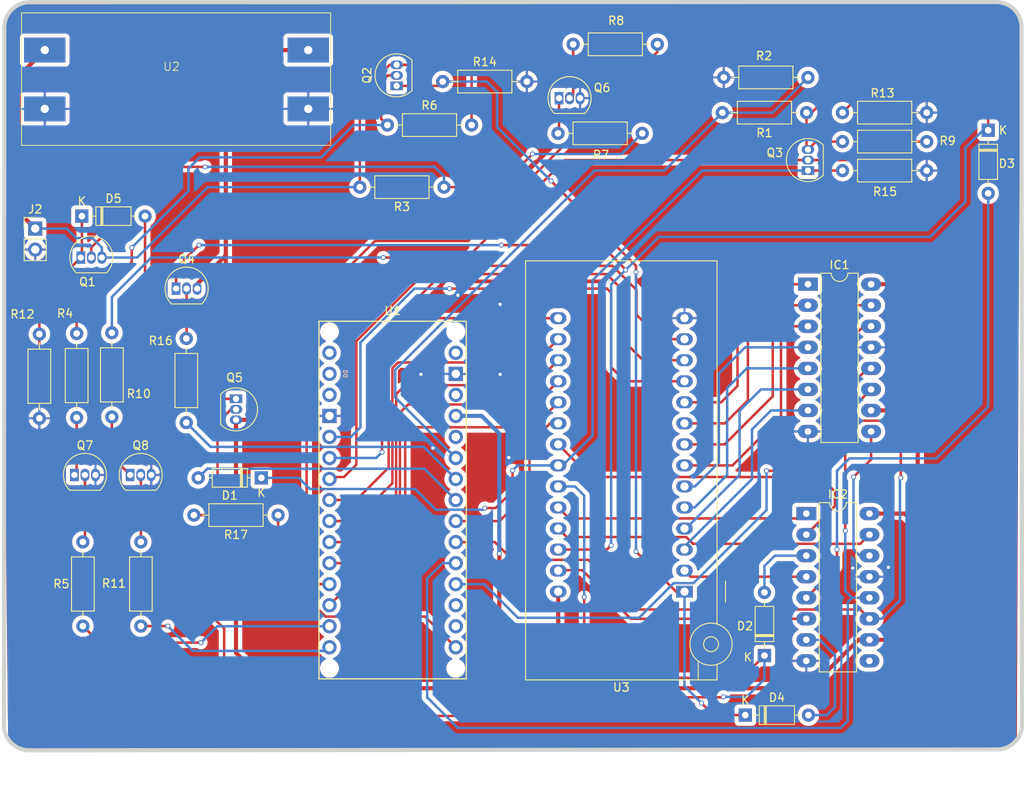
<source format=kicad_pcb>
(kicad_pcb (version 20240108) (generator "pcbnew") (generator_version "8.0")
  (layers (0 "F.Cu" signal) (31 "B.Cu" signal) (34 "B.Paste" user) (35 "F.Paste" user) (36 "B.SilkS" user "B.Silkscreen") (37 "F.SilkS" user "F.Silkscreen") (38 "B.Mask" user) (39 "F.Mask" user) (44 "Edge.Cuts" user))
  (net 0 "")
  (net 1 "GND")
  (net 2 "VCC")
  (net 3 "+24V")
  (net 4 "/OE")
  (net 5 "Net-(D1-A)")
  (net 6 "/A11")
  (net 7 "Net-(D2-A)")
  (net 8 "/A13")
  (net 9 "Net-(D3-A)")
  (net 10 "/A15")
  (net 11 "Net-(D4-A)")
  (net 12 "Net-(D5-A)")
  (net 13 "Net-(Q1-B)")
  (net 14 "Net-(Q2-B)")
  (net 15 "Net-(Q3-B)")
  (net 16 "Net-(Q4-B)")
  (net 17 "Net-(Q5-B)")
  (net 18 "Net-(Q6-C)")
  (net 19 "Net-(Q6-B)")
  (net 20 "Net-(Q7-C)")
  (net 21 "Net-(Q7-B)")
  (net 22 "Net-(Q8-C)")
  (net 23 "Net-(Q8-B)")
  (net 24 "/A1")
  (net 25 "/A2")
  (net 26 "/A3")
  (net 27 "/A4")
  (net 28 "/A5")
  (net 29 "/A6")
  (net 30 "/A7")
  (net 31 "Net-(IC1-QH*)")
  (net 32 "Net-(IC1-SCK)")
  (net 33 "Net-(IC1-RCK)")
  (net 34 "Net-(IC1-SER)")
  (net 35 "/A0")
  (net 36 "/A9")
  (net 37 "/A10")
  (net 38 "/A12")
  (net 39 "/A14")
  (net 41 "/A8")
  (net 42 "/D0")
  (net 43 "/D1")
  (net 44 "/D2")
  (net 45 "/D3")
  (net 46 "/D4")
  (net 47 "/D5")
  (net 48 "/D6")
  (net 49 "/D7")
  (net 50 "/CE")
  (net 51 "Net-(R16-Pad1)")
  (net 52 "Net-(R1-Pad2)")
  (net 54 "Net-(R8-Pad1)")
  (net 55 "Net-(R5-Pad2)")
  (net 56 "Net-(R11-Pad1)")
  (net 57 "Net-(R17-Pad1)")
  (footprint "Package_TO_SOT_THT:TO-92_Inline" (layer "F.Cu") (at 175.48 140.06 -90)
    (property "Reference" "Q5")
    (property "Value" "BC557")
  )
  (footprint "Diode_THT:D_DO-35_SOD27_P7.62mm_Horizontal" (layer "F.Cu") (at 236.94 178.25)
    (property "Reference" "D4")
    (property "Value" "1N4148")
  )
  (footprint "Package_TO_SOT_THT:TO-92_Inline" (layer "F.Cu") (at 168.25 126.75)
    (property "Reference" "Q4")
    (property "Value" "BC557")
  )
  (footprint "Package_TO_SOT_THT:TO-92_Inline" (layer "F.Cu") (at 244.5 112.5 90)
    (property "Reference" "Q3")
    (property "Value" "BC557")
  )
  (footprint "Resistor_THT:R_Axial_DIN0207_L6.3mm_D2.5mm_P10.16mm_Horizontal" (layer "F.Cu") (at 156.25 142.33 90)
    (property "Reference" "R4")
    (property "Value" "22K")
  )
  (footprint "Package_TO_SOT_THT:TO-92_Inline" (layer "F.Cu") (at 214.46 103.75)
    (property "Reference" "Q6")
    (property "Value" "BC547")
  )
  (footprint "Socket:DIP_Socket-28_W11.9_W12.7_W15.24_W17.78_W18.5_3M_228-1277-00-0602J" (layer "F.Cu") (at 229.6 163.34 180)
    (property "Reference" "U3")
    (property "Value" "27C512")
  )
  (footprint "PCM_arduino-library:Arduino_Nano_Socket" (layer "F.Cu") (at 194.38 173.87)
    (property "Reference" "U1")
    (property "Value" "NANO")
  )
  (footprint "Package_DIP:DIP-16_W7.62mm_LongPads" (layer "F.Cu") (at 244.5 126.22)
    (property "Reference" "IC1")
    (property "Value" "74HC595D")
  )
  (footprint "Resistor_THT:R_Axial_DIN0207_L6.3mm_D2.5mm_P10.16mm_Horizontal" (layer "F.Cu") (at 164 167.5 90)
    (property "Reference" "R11")
    (property "Value" "22K")
  )
  (footprint "Package_TO_SOT_THT:TO-92_Inline" (layer "F.Cu") (at 156.75 123)
    (property "Reference" "Q1")
    (property "Value" "BC557")
  )
  (footprint "Resistor_THT:R_Axial_DIN0207_L6.3mm_D2.5mm_P10.16mm_Horizontal" (layer "F.Cu") (at 169.48 142.93 90)
    (property "Reference" "R16")
    (property "Value" "300")
  )
  (footprint "Resistor_THT:R_Axial_DIN0207_L6.3mm_D2.5mm_P10.16mm_Horizontal" (layer "F.Cu") (at 248.67 112.5)
    (property "Reference" "R15")
    (property "Value" "4.7K")
  )
  (footprint "Resistor_THT:R_Axial_DIN0207_L6.3mm_D2.5mm_P10.16mm_Horizontal" (layer "F.Cu") (at 200.42 101.75)
    (property "Reference" "R14")
    (property "Value" "4.7K")
  )
  (footprint "Resistor_THT:R_Axial_DIN0207_L6.3mm_D2.5mm_P10.16mm_Horizontal" (layer "F.Cu") (at 226.33 97.25 180)
    (property "Reference" "R8")
    (property "Value" "22K")
  )
  (footprint "Resistor_THT:R_Axial_DIN0207_L6.3mm_D2.5mm_P10.16mm_Horizontal" (layer "F.Cu") (at 248.67 105.5)
    (property "Reference" "R13")
    (property "Value" "4.7K")
  )
  (footprint "Resistor_THT:R_Axial_DIN0207_L6.3mm_D2.5mm_P10.16mm_Horizontal" (layer "F.Cu") (at 200.58 114.5 180)
    (property "Reference" "R3")
    (property "Value" "22K")
  )
  (footprint "Package_DIP:DIP-16_W7.62mm_LongPads" (layer "F.Cu") (at 244.3 153.92)
    (property "Reference" "IC2")
    (property "Value" "74595D")
  )
  (footprint "Resistor_THT:R_Axial_DIN0207_L6.3mm_D2.5mm_P10.16mm_Horizontal" (layer "F.Cu") (at 244.5 101.25 180)
    (property "Reference" "R2")
    (property "Value" "R")
  )
  (footprint "Resistor_THT:R_Axial_DIN0207_L6.3mm_D2.5mm_P10.16mm_Horizontal" (layer "F.Cu") (at 258.83 109 180)
    (property "Reference" "R9")
    (property "Value" "22K")
  )
  (footprint "Diode_THT:D_DO-35_SOD27_P7.62mm_Horizontal" (layer "F.Cu") (at 156.88 118)
    (property "Reference" "D5")
    (property "Value" "1N4148")
  )
  (footprint "Package_TO_SOT_THT:TO-92_Inline" (layer "F.Cu") (at 155.98 149.25)
    (property "Reference" "Q7")
    (property "Value" "BC547")
  )
  (footprint "Resistor_THT:R_Axial_DIN0207_L6.3mm_D2.5mm_P10.16mm_Horizontal" (layer "F.Cu") (at 157 157.34 -90)
    (property "Reference" "R5")
    (property "Value" "22K")
  )
  (footprint "Resistor_THT:R_Axial_DIN0207_L6.3mm_D2.5mm_P10.16mm_Horizontal" (layer "F.Cu") (at 180.56 154.1 180)
    (property "Reference" "R17")
    (property "Value" "300")
  )
  (footprint "Resistor_THT:R_Axial_DIN0207_L6.3mm_D2.5mm_P10.16mm_Horizontal" (layer "F.Cu") (at 160.5 132.09 -90)
    (property "Reference" "R10")
    (property "Value" "22K")
  )
  (footprint "Package_TO_SOT_THT:TO-92_Inline" (layer "F.Cu") (at 194.86 102.27 90)
    (property "Reference" "Q2")
    (property "Value" "BC557")
  )
  (footprint "Resistor_THT:R_Axial_DIN0207_L6.3mm_D2.5mm_P10.16mm_Horizontal" (layer "F.Cu") (at 224.5 108 180)
    (property "Reference" "R7")
    (property "Value" "22K")
  )
  (footprint "Resistor_THT:R_Axial_DIN0207_L6.3mm_D2.5mm_P10.16mm_Horizontal" (layer "F.Cu") (at 244.33 105.5 180)
    (property "Reference" "R1")
    (property "Value" "R")
  )
  (footprint "Connector_PinHeader_2.54mm:PinHeader_1x02_P2.54mm_Vertical" (layer "F.Cu") (at 151.25 119.5)
    (property "Reference" "J2")
    (property "Value" "Conn_01x02")
  )
  (footprint "Package_TO_SOT_THT:TO-92_Inline" (layer "F.Cu") (at 162.71 149.25)
    (property "Reference" "Q8")
    (property "Value" "BC547")
  )
  (footprint "Library_eprom_prog:MT3608" (layer "F.Cu") (at 167.7 101.35)
    (property "Reference" "U2")
    (property "Value" "DC-DC-STEP-UP-MT3608")
  )
  (footprint "Diode_THT:D_DO-35_SOD27_P7.62mm_Horizontal" (layer "F.Cu") (at 266.25 107.63 -90)
    (property "Reference" "D3")
    (property "Value" "1N4148")
  )
  (footprint "Resistor_THT:R_Axial_DIN0207_L6.3mm_D2.5mm_P10.16mm_Horizontal" (layer "F.Cu") (at 151.75 132.25 -90)
    (property "Reference" "R12")
    (property "Value" "4.7K")
  )
  (footprint "Diode_THT:D_DO-35_SOD27_P7.62mm_Horizontal" (layer "F.Cu") (at 239.25 171.06 90)
    (property "Reference" "D2")
    (property "Value" "1N4148")
  )
  (footprint "Resistor_THT:R_Axial_DIN0207_L6.3mm_D2.5mm_P10.16mm_Horizontal" (layer "F.Cu") (at 193.75 107)
    (property "Reference" "R6")
    (property "Value" "22K")
  )
  (footprint "Diode_THT:D_DO-35_SOD27_P7.62mm_Horizontal" (layer "F.Cu") (at 178.54 149.6 180)
    (property "Reference" "D1")
    (property "Value" "1N4148")
  )
  (gr_arc (start 270.32868 179.4) (mid 269.45 181.52132) (end 267.32868 182.4) (stroke (width 0.5)) (layer "Edge.Cuts"))
  (gr_line (start 267.32868 182.4) (end 150.498553 182.498946) (stroke (width 0.5)) (layer "Edge.Cuts"))
  (gr_arc (start 147.521321 95.439784) (mid 148.427761 93.049986) (end 150.826755 92.1682) (stroke (width 0.5)) (layer "Edge.Cuts"))
  (gr_line (start 150.826755 92.1682) (end 267.253598 92.15) (stroke (width 0.5)) (layer "Edge.Cuts"))
  (gr_line (start 270.269647 95.349687) (end 270.32868 179.4) (stroke (width 0.5)) (layer "Edge.Cuts"))
  (gr_arc (start 150.498553 182.498946) (mid 148.3 181.55) (end 147.482504 179.299259) (stroke (width 0.5)) (layer "Edge.Cuts"))
  (gr_arc (start 267.253598 92.15) (mid 269.452151 93.098946) (end 270.269647 95.349687) (stroke (width 0.5)) (layer "Edge.Cuts"))
  (gr_line (start 147.482504 179.299259) (end 147.521321 95.439784) (stroke (width 0.5)) (layer "Edge.Cuts"))
  (via (at 249.9 160.5) (size 0.6) (drill 0.4) (layers "F.Cu" "B.Cu") (net 1))
  (via (at 207.35 137.1) (size 0.6) (drill 0.4) (layers "F.Cu" "B.Cu") (net 1))
  (via (at 199.25 146) (size 0.6) (drill 0.4) (layers "F.Cu" "B.Cu") (net 1))
  (via (at 208.4 147.15) (size 0.6) (drill 0.4) (layers "F.Cu" "B.Cu") (net 1))
  (via (at 202.25 127.55) (size 0.6) (drill 0.4) (layers "F.Cu" "B.Cu") (net 1))
  (via (at 254.2 160.4) (size 0.6) (drill 0.4) (layers "F.Cu" "B.Cu") (net 1))
  (via (at 197.8 137.1) (size 0.6) (drill 0.4) (layers "F.Cu" "B.Cu") (net 1))
  (via (at 207.35 128.65) (size 0.6) (drill 0.4) (layers "F.Cu" "B.Cu") (net 1))
  (segment (start 256.97 126.22) (end 252.12 126.22) (width 0.5) (layer "F.Cu") (net 2))
  (segment (start 251.92 169.16) (end 253.84 169.16) (width 0.5) (layer "F.Cu") (net 2))
  (segment (start 244.75 175) (end 217.25 175) (width 0.5) (layer "F.Cu") (net 2))
  (segment (start 214.36 172.36) (end 214.36 163.34) (width 0.5) (layer "F.Cu") (net 2))
  (segment (start 251.92 169.16) (end 250.59 169.16) (width 0.5) (layer "F.Cu") (net 2))
  (segment (start 257.75 143.5) (end 257.75 143.25) (width 0.5) (layer "F.Cu") (net 2))
  (segment (start 257.75 155.5) (end 256.17 153.92) (width 0.5) (layer "F.Cu") (net 2))
  (segment (start 257.75 143.5) (end 257.75 127) (width 0.5) (layer "F.Cu") (net 2))
  (segment (start 257.75 155.75) (end 257.75 143.5) (width 0.5) (layer "F.Cu") (net 2))
  (segment (start 174.25 122.5) (end 174.25 122.75) (width 0.5) (layer "F.Cu") (net 2))
  (segment (start 174.25 103.25) (end 174.25 122.5) (width 0.5) (layer "F.Cu") (net 2))
  (segment (start 170.79 126.21) (end 170.79 126.75) (width 0.5) (layer "F.Cu") (net 2))
  (segment (start 179.75 175) (end 175.48 170.73) (width 0.5) (layer "F.Cu") (net 2))
  (segment (start 174.25 132.25) (end 179.25 137.25) (width 0.5) (layer "F.Cu") (net 2))
  (segment (start 217.25 175) (end 217 175) (width 0.5) (layer "F.Cu") (net 2))
  (segment (start 257.75 155.75) (end 257.75 155.5) (width 0.5) (layer "F.Cu") (net 2))
  (segment (start 207.25 173.5) (end 207.25 158.75) (width 0.5) (layer "F.Cu") (net 2))
  (segment (start 184.2 97.95) (end 179.55 97.95) (width 0.5) (layer "F.Cu") (net 2))
  (segment (start 174.25 122.5) (end 174.25 132.25) (width 0.5) (layer "F.Cu") (net 2))
  (segment (start 217.25 175) (end 208.75 175) (width 0.5) (layer "F.Cu") (net 2))
  (segment (start 250.59 169.16) (end 244.75 175) (width 0.5) (layer "F.Cu") (net 2))
  (segment (start 217 175) (end 214.36 172.36) (width 0.5) (layer "F.Cu") (net 2))
  (segment (start 257.75 165.25) (end 257.75 155.75) (width 0.5) (layer "F.Cu") (net 2))
  (segment (start 257.75 143.25) (end 255.96 141.46) (width 0.5) (layer "F.Cu") (net 2))
  (segment (start 255.96 141.46) (end 252.12 141.46) (width 0.5) (layer "F.Cu") (net 2))
  (segment (start 208.75 175) (end 179.75 175) (width 0.5) (layer "F.Cu") (net 2))
  (segment (start 257.75 127) (end 256.97 126.22) (width 0.5) (layer "F.Cu") (net 2))
  (segment (start 175.48 170.73) (end 175.48 142.6) (width 0.5) (layer "F.Cu") (net 2))
  (segment (start 177.65 142.6) (end 175.48 142.6) (width 0.5) (layer "F.Cu") (net 2))
  (segment (start 174.25 122.75) (end 170.79 126.21) (width 0.5) (layer "F.Cu") (net 2))
  (segment (start 253.84 169.16) (end 257.75 165.25) (width 0.5) (layer "F.Cu") (net 2))
  (segment (start 179.55 97.95) (end 174.25 103.25) (width 0.5) (layer "F.Cu") (net 2))
  (segment (start 179.25 137.25) (end 179.25 141) (width 0.5) (layer "F.Cu") (net 2))
  (segment (start 256.17 153.92) (end 251.92 153.92) (width 0.5) (layer "F.Cu") (net 2))
  (segment (start 179.25 141) (end 177.65 142.6) (width 0.5) (layer "F.Cu") (net 2))
  (segment (start 208.75 175) (end 207.25 173.5) (width 0.5) (layer "F.Cu") (net 2))
  (via (at 207.25 158.75) (size 0.6) (drill 0.4) (layers "F.Cu" "B.Cu") (net 2))
  (segment (start 207.25 158.75) (end 207.25 144.25) (width 0.5) (layer "B.Cu") (net 2))
  (segment (start 207.25 144.25) (end 205.12 142.12) (width 0.5) (layer "B.Cu") (net 2))
  (segment (start 205.12 142.12) (end 202 142.12) (width 0.5) (layer "B.Cu") (net 2))
  (segment (start 244.33 105.5) (end 244.33 109.79) (width 0.3) (layer "F.Cu") (net 3))
  (segment (start 208.92 95.65) (end 244.1 95.65) (width 0.3) (layer "F.Cu") (net 3))
  (segment (start 244.33 109.79) (end 244.5 109.96) (width 0.3) (layer "F.Cu") (net 3))
  (segment (start 248.67 109) (end 245.46 109) (width 0.3) (layer "F.Cu") (net 3))
  (segment (start 151.25 119.5) (end 149.25 117.5) (width 0.5) (layer "F.Cu") (net 3))
  (segment (start 194.86 99.73) (end 194.02 99.73) (width 0.3) (layer "F.Cu") (net 3))
  (segment (start 149.25 101.1) (end 152.4 97.95) (width 0.5) (layer "F.Cu") (net 3))
  (segment (start 246.75 103.7) (end 244.95 105.5) (width 0.3) (layer "F.Cu") (net 3))
  (segment (start 244.1 95.65) (end 246.75 98.3) (width 0.3) (layer "F.Cu") (net 3))
  (segment (start 149.25 117.5) (end 149.25 101.1) (width 0.5) (layer "F.Cu") (net 3))
  (segment (start 202.98 99.73) (end 194.86 99.73) (width 0.3) (layer "F.Cu") (net 3))
  (segment (start 244.95 105.5) (end 244.33 105.5) (width 0.3) (layer "F.Cu") (net 3))
  (segment (start 203.91 107) (end 203.91 100.66) (width 0.3) (layer "F.Cu") (net 3))
  (segment (start 190.42 103.33) (end 190.42 114.5) (width 0.3) (layer "F.Cu") (net 3))
  (segment (start 194.02 99.73) (end 190.42 103.33) (width 0.3) (layer "F.Cu") (net 3))
  (segment (start 245.46 109) (end 244.5 109.96) (width 0.3) (layer "F.Cu") (net 3))
  (segment (start 203.91 100.66) (end 202.98 99.73) (width 0.3) (layer "F.Cu") (net 3))
  (segment (start 246.75 98.3) (end 246.75 103.7) (width 0.3) (layer "F.Cu") (net 3))
  (segment (start 203.91 100.66) (end 208.92 95.65) (width 0.3) (layer "F.Cu") (net 3))
  (segment (start 156.2 120.65) (end 158.15 120.65) (width 0.3) (layer "B.Cu") (net 3))
  (segment (start 172.05 114.5) (end 190.42 114.5) (width 0.3) (layer "B.Cu") (net 3))
  (segment (start 159.29 121.79) (end 159.29 123) (width 0.3) (layer "B.Cu") (net 3))
  (segment (start 158.15 120.65) (end 159.29 121.79) (width 0.3) (layer "B.Cu") (net 3))
  (segment (start 155.05 119.5) (end 156.2 120.65) (width 0.3) (layer "B.Cu") (net 3))
  (segment (start 151.25 119.5) (end 155.05 119.5) (width 0.3) (layer "B.Cu") (net 3))
  (segment (start 159.29 123) (end 163.55 123) (width 0.3) (layer "B.Cu") (net 3))
  (segment (start 163.55 123) (end 172.05 114.5) (width 0.3) (layer "B.Cu") (net 3))
  (segment (start 206.8 153.25) (end 208.8 151.25) (width 0.3) (layer "F.Cu") (net 4))
  (segment (start 208.85 151.2) (end 208.85 148.7) (width 0.3) (layer "F.Cu") (net 4))
  (segment (start 205.5 153.25) (end 206.8 153.25) (width 0.3) (layer "F.Cu") (net 4))
  (segment (start 208.8 151.25) (end 208.85 151.2) (width 0.3) (layer "F.Cu") (net 4))
  (segment (start 248.67 112.5) (end 244.5 112.5) (width 0.3) (layer "F.Cu") (net 4))
  (via (at 208.85 148.7) (size 0.6) (drill 0.4) (layers "F.Cu" "B.Cu") (net 4))
  (via (at 205.5 153.25) (size 0.6) (drill 0.4) (layers "F.Cu" "B.Cu") (net 4))
  (segment (start 183.05 149.6) (end 184.3 150.85) (width 0.3) (layer "B.Cu") (net 4))
  (segment (start 178.54 149.6) (end 183.05 149.6) (width 0.3) (layer "B.Cu") (net 4))
  (segment (start 199.596 153.446) (end 205.304 153.446) (width 0.3) (layer "B.Cu") (net 4))
  (segment (start 218.5 144.5) (end 218.5 125.75) (width 0.3) (layer "B.Cu") (net 4))
  (segment (start 199.55 153.4) (end 199.596 153.446) (width 0.3) (layer "B.Cu") (net 4))
  (segment (start 209.45 148.1) (end 214.36 148.1) (width 0.3) (layer "B.Cu") (net 4))
  (segment (start 205.304 153.446) (end 205.5 153.25) (width 0.3) (layer "B.Cu") (net 4))
  (segment (start 214.36 148.1) (end 214.9 148.1) (width 0.3) (layer "B.Cu") (net 4))
  (segment (start 184.4 150.95) (end 197.1 150.95) (width 0.3) (layer "B.Cu") (net 4))
  (segment (start 184.3 150.85) (end 184.4 150.95) (width 0.3) (layer "B.Cu") (net 4))
  (segment (start 197.1 150.95) (end 199.55 153.4) (width 0.3) (layer "B.Cu") (net 4))
  (segment (start 214.9 148.1) (end 218.5 144.5) (width 0.3) (layer "B.Cu") (net 4))
  (segment (start 208.85 148.7) (end 209.45 148.1) (width 0.3) (layer "B.Cu") (net 4))
  (segment (start 231.75 112.5) (end 244.5 112.5) (width 0.3) (layer "B.Cu") (net 4))
  (segment (start 218.5 125.75) (end 231.75 112.5) (width 0.3) (layer "B.Cu") (net 4))
  (segment (start 172.0224 148.4976) (end 198.2176 148.4976) (width 0.3) (layer "B.Cu") (net 5))
  (segment (start 198.2176 148.4976) (end 202 152.28) (width 0.3) (layer "B.Cu") (net 5))
  (segment (start 170.92 149.6) (end 172.0224 148.4976) (width 0.3) (layer "B.Cu") (net 5))
  (segment (start 168 161.75) (end 170.9 164.65) (width 0.3) (layer "F.Cu") (net 6))
  (segment (start 234.25 176.1) (end 234.3 176.05) (width 0.3) (layer "F.Cu") (net 6))
  (segment (start 174.05 176.5) (end 175.9 178.35) (width 0.3) (layer "F.Cu") (net 6))
  (segment (start 151.75 134.1) (end 153.7 136.05) (width 0.3) (layer "F.Cu") (net 6))
  (segment (start 226.7 176.1) (end 234.25 176.1) (width 0.3) (layer "F.Cu") (net 6))
  (segment (start 235.75 173.75) (end 220.5 173.75) (width 0.3) (layer "F.Cu") (net 6))
  (segment (start 151.75 128) (end 156.75 123) (width 0.3) (layer "F.Cu") (net 6))
  (segment (start 156.88 122.87) (end 156.75 123) (width 0.3) (layer "F.Cu") (net 6))
  (segment (start 174.05 167.8) (end 174.05 176.5) (width 0.3) (layer "F.Cu") (net 6))
  (segment (start 151.75 132.25) (end 151.75 134.1) (width 0.3) (layer "F.Cu") (net 6))
  (segment (start 217.5 170.75) (end 217.5 164) (width 0.3) (layer "F.Cu") (net 6))
  (segment (start 164.35 136.05) (end 168 139.7) (width 0.3) (layer "F.Cu") (net 6))
  (segment (start 153.7 136.05) (end 164.35 136.05) (width 0.3) (layer "F.Cu") (net 6))
  (segment (start 151.75 132.25) (end 151.75 128) (width 0.3) (layer "F.Cu") (net 6))
  (segment (start 176 178.35) (end 224.45 178.35) (width 0.3) (layer "F.Cu") (net 6))
  (segment (start 224.45 178.35) (end 226.7 176.1) (width 0.3) (layer "F.Cu") (net 6))
  (segment (start 236.56 173.75) (end 235.75 173.75) (width 0.3) (layer "F.Cu") (net 6))
  (segment (start 168 139.7) (end 168 161.75) (width 0.3) (layer "F.Cu") (net 6))
  (segment (start 239.25 171.06) (end 236.56 173.75) (width 0.3) (layer "F.Cu") (net 6))
  (segment (start 175.9 178.35) (end 176 178.35) (width 0.3) (layer "F.Cu") (net 6))
  (segment (start 220.5 173.75) (end 217.5 170.75) (width 0.3) (layer "F.Cu") (net 6))
  (segment (start 170.9 164.65) (end 174.05 167.8) (width 0.3) (layer "F.Cu") (net 6))
  (segment (start 156.88 118) (end 156.88 122.87) (width 0.3) (layer "F.Cu") (net 6))
  (via (at 234.3 176.05) (size 0.6) (drill 0.4) (layers "F.Cu" "B.Cu") (net 6))
  (via (at 217.5 164) (size 0.6) (drill 0.4) (layers "F.Cu" "B.Cu") (net 6))
  (segment (start 234.3 176.05) (end 237.1 176.05) (width 0.3) (layer "B.Cu") (net 6))
  (segment (start 237.1 176.05) (end 239.25 173.9) (width 0.3) (layer "B.Cu") (net 6))
  (segment (start 239.25 173.9) (end 239.25 171.06) (width 0.3) (layer "B.Cu") (net 6))
  (segment (start 217.5 151.75) (end 216.39 150.64) (width 0.3) (layer "B.Cu") (net 6))
  (segment (start 217.5 164) (end 217.5 151.75) (width 0.3) (layer "B.Cu") (net 6))
  (segment (start 216.39 150.64) (end 214.36 150.64) (width 0.3) (layer "B.Cu") (net 6))
  (segment (start 239.25 160.25) (end 239.25 163.44) (width 0.3) (layer "B.Cu") (net 7))
  (segment (start 244.3 159) (end 240.5 159) (width 0.3) (layer "B.Cu") (net 7))
  (segment (start 240.5 159) (end 239.25 160.25) (width 0.3) (layer "B.Cu") (net 7))
  (segment (start 214.36 158.26) (end 220.24 158.26) (width 0.3) (layer "F.Cu") (net 8))
  (segment (start 219.55 121.5) (end 222.5 124.45) (width 0.3) (layer "F.Cu") (net 8))
  (segment (start 168.25 124.25) (end 171 121.5) (width 0.3) (layer "F.Cu") (net 8))
  (segment (start 266.25 105.75) (end 266.25 107.63) (width 0.3) (layer "F.Cu") (net 8))
  (segment (start 220.24 158.26) (end 220.75 157.75) (width 0.3) (layer "F.Cu") (net 8))
  (segment (start 263.25 102.75) (end 266.25 105.75) (width 0.3) (layer "F.Cu") (net 8))
  (segment (start 168.25 126.75) (end 168.25 124.25) (width 0.3) (layer "F.Cu") (net 8))
  (segment (start 248.67 105.5) (end 251.42 102.75) (width 0.3) (layer "F.Cu") (net 8))
  (segment (start 251.42 102.75) (end 263.25 102.75) (width 0.3) (layer "F.Cu") (net 8))
  (segment (start 207.5 121.5) (end 219.55 121.5) (width 0.3) (layer "F.Cu") (net 8))
  (segment (start 222.5 124.45) (end 222.5 124.5) (width 0.3) (layer "F.Cu") (net 8))
  (via (at 171 121.5) (size 0.6) (drill 0.4) (layers "F.Cu" "B.Cu") (net 8))
  (via (at 220.75 157.75) (size 0.6) (drill 0.4) (layers "F.Cu" "B.Cu") (net 8))
  (via (at 207.5 121.5) (size 0.6) (drill 0.4) (layers "F.Cu" "B.Cu") (net 8))
  (via (at 222.5 124.5) (size 0.6) (drill 0.4) (layers "F.Cu" "B.Cu") (net 8))
  (segment (start 220.75 157.75) (end 220.75 126.25) (width 0.3) (layer "B.Cu") (net 8))
  (segment (start 226.5 120.5) (end 259.25 120.5) (width 0.3) (layer "B.Cu") (net 8))
  (segment (start 259.25 120.5) (end 263.5 116.25) (width 0.3) (layer "B.Cu") (net 8))
  (segment (start 263.5 116.25) (end 263.5 109.75) (width 0.3) (layer "B.Cu") (net 8))
  (segment (start 265.62 107.63) (end 266.25 107.63) (width 0.3) (layer "B.Cu") (net 8))
  (segment (start 220.75 126.25) (end 222.5 124.5) (width 0.3) (layer "B.Cu") (net 8))
  (segment (start 171 121.5) (end 207.5 121.5) (width 0.3) (layer "B.Cu") (net 8))
  (segment (start 263.5 109.75) (end 265.62 107.63) (width 0.3) (layer "B.Cu") (net 8))
  (segment (start 222.5 124.5) (end 226.5 120.5) (width 0.3) (layer "B.Cu") (net 8))
  (segment (start 248 160.38) (end 248 158.25) (width 0.3) (layer "F.Cu") (net 9))
  (segment (start 244.3 164.08) (end 248 160.38) (width 0.3) (layer "F.Cu") (net 9))
  (via (at 248 158.25) (size 0.6) (drill 0.4) (layers "F.Cu" "B.Cu") (net 9))
  (segment (start 249.5 147.25) (end 260 147.25) (width 0.3) (layer "B.Cu") (net 9))
  (segment (start 260 147.25) (end 266.25 141) (width 0.3) (layer "B.Cu") (net 9))
  (segment (start 248 148.75) (end 249.5 147.25) (width 0.3) (layer "B.Cu") (net 9))
  (segment (start 248 158.25) (end 248 148.75) (width 0.3) (layer "B.Cu") (net 9))
  (segment (start 266.25 141) (end 266.25 115.25) (width 0.3) (layer "B.Cu") (net 9))
  (segment (start 228.59 163.34) (end 223.75 158.5) (width 0.3) (layer "F.Cu") (net 10))
  (segment (start 223.75 124.75) (end 223.75 124) (width 0.3) (layer "F.Cu") (net 10))
  (segment (start 233.094975 178.25) (end 231.644975 176.8) (width 0.3) (layer "F.Cu") (net 10))
  (segment (start 223.75 124) (end 213.5 113.75) (width 0.3) (layer "F.Cu") (net 10))
  (segment (start 199.9 102.27) (end 194.86 102.27) (width 0.3) (layer "F.Cu") (net 10))
  (segment (start 229.6 163.34) (end 228.59 163.34) (width 0.3) (layer "F.Cu") (net 10))
  (segment (start 236.94 178.25) (end 233.094975 178.25) (width 0.3) (layer "F.Cu") (net 10))
  (segment (start 200.42 101.75) (end 199.9 102.27) (width 0.3) (layer "F.Cu") (net 10))
  (via (at 223.75 124.75) (size 0.6) (drill 0.4) (layers "F.Cu" "B.Cu") (net 10))
  (via (at 223.75 158.5) (size 0.6) (drill 0.4) (layers "F.Cu" "B.Cu") (net 10))
  (via (at 231.644975 176.8) (size 0.6) (drill 0.4) (layers "F.Cu" "B.Cu") (net 10))
  (via (at 213.5 113.75) (size 0.6) (drill 0.4) (layers "F.Cu" "B.Cu") (net 10))
  (segment (start 213.5 113.75) (end 207 107.25) (width 0.3) (layer "B.Cu") (net 10))
  (segment (start 205.75 101.75) (end 200.42 101.75) (width 0.3) (layer "B.Cu") (net 10))
  (segment (start 229.6 163.34) (end 229.6 174.755025) (width 0.3) (layer "B.Cu") (net 10))
  (segment (start 207 103) (end 205.75 101.75) (width 0.3) (layer "B.Cu") (net 10))
  (segment (start 223.75 158.5) (end 223.75 124.75) (width 0.3) (layer "B.Cu") (net 10))
  (segment (start 229.6 174.755025) (end 231.644975 176.8) (width 0.3) (layer "B.Cu") (net 10))
  (segment (start 207 107.25) (end 207 103) (width 0.3) (layer "B.Cu") (net 10))
  (segment (start 247.75 177.25) (end 246.75 178.25) (width 0.3) (layer "B.Cu") (net 11))
  (segment (start 247.75 171) (end 247.75 177.25) (width 0.3) (layer "B.Cu") (net 11))
  (segment (start 246.75 178.25) (end 244.56 178.25) (width 0.3) (layer "B.Cu") (net 11))
  (segment (start 245.91 169.16) (end 247.75 171) (width 0.3) (layer "B.Cu") (net 11))
  (segment (start 244.3 169.16) (end 245.91 169.16) (width 0.3) (layer "B.Cu") (net 11))
  (segment (start 169.56 140.06) (end 175.48 140.06) (width 0.3) (layer "F.Cu") (net 12))
  (segment (start 164.5 118) (end 164.5 135) (width 0.3) (layer "F.Cu") (net 12))
  (segment (start 164.5 135) (end 169.56 140.06) (width 0.3) (layer "F.Cu") (net 12))
  (segment (start 167.75 112.05) (end 171.75 112.05) (width 0.3) (layer "F.Cu") (net 13))
  (segment (start 207.25 114.5) (end 211.25 110.5) (width 0.3) (layer "F.Cu") (net 13))
  (segment (start 158.02 121.78) (end 159.35 120.45) (width 0.3) (layer "F.Cu") (net 13))
  (segment (start 159.35 120.45) (end 167.75 112.05) (width 0.3) (layer "F.Cu") (net 13))
  (segment (start 200.58 114.5) (end 207.25 114.5) (width 0.3) (layer "F.Cu") (net 13))
  (segment (start 158.02 123) (end 158.02 121.78) (width 0.3) (layer "F.Cu") (net 13))
  (via (at 171.75 112.05) (size 0.6) (drill 0.4) (layers "F.Cu" "B.Cu") (net 13))
  (via (at 211.25 110.5) (size 0.6) (drill 0.4) (layers "F.Cu" "B.Cu") (net 13))
  (segment (start 222 110.5) (end 224.5 108) (width 0.3) (layer "B.Cu") (net 13))
  (segment (start 200.58 113.18) (end 200.58 114.5) (width 0.3) (layer "B.Cu") (net 13))
  (segment (start 171.75 112.05) (end 199.35 112.05) (width 0.3) (layer "B.Cu") (net 13))
  (segment (start 199.4 112) (end 200.58 113.18) (width 0.3) (layer "B.Cu") (net 13))
  (segment (start 211.25 110.5) (end 222 110.5) (width 0.3) (layer "B.Cu") (net 13))
  (segment (start 199.35 112.05) (end 199.4 112) (width 0.3) (layer "B.Cu") (net 13))
  (segment (start 162.9 121.8) (end 162.9 123.55) (width 0.3) (layer "F.Cu") (net 14))
  (segment (start 162.9 123.55) (end 156.25 130.2) (width 0.3) (layer "F.Cu") (net 14))
  (segment (start 194.86 101) (end 193.81 101) (width 0.3) (layer "F.Cu") (net 14))
  (segment (start 193 101.81) (end 193 106.25) (width 0.3) (layer "F.Cu") (net 14))
  (segment (start 193.81 101) (end 193 101.81) (width 0.3) (layer "F.Cu") (net 14))
  (segment (start 156.25 130.2) (end 156.25 132.17) (width 0.3) (layer "F.Cu") (net 14))
  (segment (start 193 106.25) (end 193.75 107) (width 0.3) (layer "F.Cu") (net 14))
  (via (at 162.9 121.8) (size 0.6) (drill 0.4) (layers "F.Cu" "B.Cu") (net 14))
  (segment (start 169.75 114.95) (end 162.9 121.8) (width 0.3) (layer "B.Cu") (net 14))
  (segment (start 185.75 110.9) (end 171.1 110.9) (width 0.3) (layer "B.Cu") (net 14))
  (segment (start 169.75 112.25) (end 169.75 114.95) (width 0.3) (layer "B.Cu") (net 14))
  (segment (start 189.65 107) (end 185.75 110.9) (width 0.3) (layer "B.Cu") (net 14))
  (segment (start 193.75 107) (end 189.65 107) (width 0.3) (layer "B.Cu") (net 14))
  (segment (start 171.1 110.9) (end 169.75 112.25) (width 0.3) (layer "B.Cu") (net 14))
  (segment (start 203.398077 123) (end 193.25 123) (width 0.3) (layer "F.Cu") (net 15))
  (segment (start 244.5 111.23) (end 215.168077 111.23) (width 0.3) (layer "F.Cu") (net 15))
  (segment (start 249.27 111.23) (end 244.5 111.23) (width 0.3) (layer "F.Cu") (net 15))
  (segment (start 215.168077 111.23) (end 203.398077 123) (width 0.3) (layer "F.Cu") (net 15))
  (segment (start 258.83 109) (end 251.5 109) (width 0.3) (layer "F.Cu") (net 15))
  (segment (start 251.5 109) (end 249.27 111.23) (width 0.3) (layer "F.Cu") (net 15))
  (via (at 193.25 123) (size 0.6) (drill 0.4) (layers "F.Cu" "B.Cu") (net 15))
  (segment (start 193.25 123) (end 165.25 123) (width 0.3) (layer "B.Cu") (net 15))
  (segment (start 160.5 127.75) (end 160.5 132.09) (width 0.3) (layer "B.Cu") (net 15))
  (segment (start 165.25 123) (end 160.5 127.75) (width 0.3) (layer "B.Cu") (net 15))
  (segment (start 169.52 132.73) (end 169.48 132.77) (width 0.3) (layer "F.Cu") (net 16))
  (segment (start 169.52 126.75) (end 169.52 132.73) (width 0.3) (layer "F.Cu") (net 16))
  (segment (start 174.88 141.33) (end 173.25 142.96) (width 0.3) (layer "F.Cu") (net 17))
  (segment (start 171.9 154.1) (end 170.4 154.1) (width 0.3) (layer "F.Cu") (net 17))
  (segment (start 173.25 142.96) (end 173.25 152.75) (width 0.3) (layer "F.Cu") (net 17))
  (segment (start 175.48 141.33) (end 174.88 141.33) (width 0.3) (layer "F.Cu") (net 17))
  (segment (start 173.25 152.75) (end 171.9 154.1) (width 0.3) (layer "F.Cu") (net 17))
  (segment (start 214.46 103.75) (end 214.46 107.88) (width 0.3) (layer "F.Cu") (net 18))
  (segment (start 214.46 107.88) (end 214.34 108) (width 0.3) (layer "F.Cu") (net 18))
  (segment (start 216.17 97.25) (end 216.17 103.31) (width 0.3) (layer "F.Cu") (net 19))
  (segment (start 216.17 103.31) (end 215.73 103.75) (width 0.3) (layer "F.Cu") (net 19))
  (segment (start 156.25 148.98) (end 155.98 149.25) (width 0.3) (layer "F.Cu") (net 20))
  (segment (start 156.25 142.33) (end 156.25 148.98) (width 0.3) (layer "F.Cu") (net 20))
  (segment (start 157.25 157.09) (end 157 157.34) (width 0.3) (layer "F.Cu") (net 21))
  (segment (start 157.25 149.25) (end 157.25 157.09) (width 0.3) (layer "F.Cu") (net 21))
  (segment (start 160.5 147.04) (end 162.71 149.25) (width 0.3) (layer "F.Cu") (net 22))
  (segment (start 160.5 142.25) (end 160.5 147.04) (width 0.3) (layer "F.Cu") (net 22))
  (segment (start 164 157.34) (end 164 149.27) (width 0.3) (layer "F.Cu") (net 23))
  (segment (start 164 149.27) (end 163.98 149.25) (width 0.3) (layer "F.Cu") (net 23))
  (segment (start 229.6 143.02) (end 234.48 143.02) (width 0.3) (layer "F.Cu") (net 24))
  (segment (start 239.28 126.22) (end 244.5 126.22) (width 0.3) (layer "F.Cu") (net 24))
  (segment (start 237.25 128.25) (end 239.28 126.22) (width 0.3) (layer "F.Cu") (net 24))
  (segment (start 234.48 143.02) (end 237.25 140.25) (width 0.3) (layer "F.Cu") (net 24))
  (segment (start 237.25 140.25) (end 237.25 128.25) (width 0.3) (layer "F.Cu") (net 24))
  (segment (start 240.25 129.75) (end 241.25 128.75) (width 0.3) (layer "F.Cu") (net 25))
  (segment (start 241.26 128.76) (end 244.5 128.76) (width 0.3) (layer "F.Cu") (net 25))
  (segment (start 234.44 145.56) (end 240.25 139.75) (width 0.3) (layer "F.Cu") (net 25))
  (segment (start 229.6 145.56) (end 234.44 145.56) (width 0.3) (layer "F.Cu") (net 25))
  (segment (start 241.25 128.75) (end 241.26 128.76) (width 0.3) (layer "F.Cu") (net 25))
  (segment (start 240.25 139.75) (end 240.25 129.75) (width 0.3) (layer "F.Cu") (net 25))
  (segment (start 229.6 148.1) (end 235.4 148.1) (width 0.3) (layer "F.Cu") (net 26))
  (segment (start 235.4 148.1) (end 241.25 142.25) (width 0.3) (layer "F.Cu") (net 26))
  (segment (start 241.25 132.25) (end 242.2 131.3) (width 0.3) (layer "F.Cu") (net 26))
  (segment (start 241.25 142.25) (end 241.25 132.25) (width 0.3) (layer "F.Cu") (net 26))
  (segment (start 242.2 131.3) (end 244.5 131.3) (width 0.3) (layer "F.Cu") (net 26))
  (segment (start 233.75 137) (end 236.91 133.84) (width 0.3) (layer "B.Cu") (net 27))
  (segment (start 233.75 147.75) (end 233.75 137) (width 0.3) (layer "B.Cu") (net 27))
  (segment (start 230.86 150.64) (end 233.75 147.75) (width 0.3) (layer "B.Cu") (net 27))
  (segment (start 229.6 150.64) (end 230.86 150.64) (width 0.3) (layer "B.Cu") (net 27))
  (segment (start 236.91 133.84) (end 244.5 133.84) (width 0.3) (layer "B.Cu") (net 27))
  (segment (start 234.75 138.75) (end 237.25 136.25) (width 0.3) (layer "B.Cu") (net 28))
  (segment (start 237.25 136.25) (end 237.38 136.38) (width 0.3) (layer "B.Cu") (net 28))
  (segment (start 230.82 153.18) (end 234.75 149.25) (width 0.3) (layer "B.Cu") (net 28))
  (segment (start 234.75 149.25) (end 234.75 138.75) (width 0.3) (layer "B.Cu") (net 28))
  (segment (start 229.6 153.18) (end 230.82 153.18) (width 0.3) (layer "B.Cu") (net 28))
  (segment (start 237.38 136.38) (end 244.5 136.38) (width 0.3) (layer "B.Cu") (net 28))
  (segment (start 236.25 141.5) (end 238.83 138.92) (width 0.3) (layer "B.Cu") (net 29))
  (segment (start 238.83 138.92) (end 244.5 138.92) (width 0.3) (layer "B.Cu") (net 29))
  (segment (start 229.6 155.72) (end 229.78 155.72) (width 0.3) (layer "B.Cu") (net 29))
  (segment (start 236.25 149.25) (end 236.25 141.5) (width 0.3) (layer "B.Cu") (net 29))
  (segment (start 229.78 155.72) (end 236.25 149.25) (width 0.3) (layer "B.Cu") (net 29))
  (segment (start 237.75 149.75) (end 237.75 143.75) (width 0.3) (layer "B.Cu") (net 30))
  (segment (start 229.6 158.26) (end 229.6 157.9) (width 0.3) (layer "B.Cu") (net 30))
  (segment (start 240.04 141.46) (end 244.5 141.46) (width 0.3) (layer "B.Cu") (net 30))
  (segment (start 229.6 157.9) (end 237.75 149.75) (width 0.3) (layer "B.Cu") (net 30))
  (segment (start 237.75 143.75) (end 240.04 141.46) (width 0.3) (layer "B.Cu") (net 30))
  (segment (start 252.12 144) (end 252.12 147.38) (width 0.3) (layer "F.Cu") (net 31))
  (segment (start 252.12 147.38) (end 250 149.5) (width 0.3) (layer "F.Cu") (net 31))
  (via (at 250 149.5) (size 0.6) (drill 0.4) (layers "F.Cu" "B.Cu") (net 31))
  (segment (start 250 149.5) (end 250 158.25) (width 0.3) (layer "B.Cu") (net 31))
  (segment (start 250.75 159) (end 251.92 159) (width 0.3) (layer "B.Cu") (net 31))
  (segment (start 250 158.25) (end 250.75 159) (width 0.3) (layer "B.Cu") (net 31))
  (segment (start 250.8 165.5) (end 224 165.5) (width 0.3) (layer "F.Cu") (net 32))
  (segment (start 255.7 149.6) (end 255.7 143.75) (width 0.3) (layer "F.Cu") (net 32))
  (segment (start 254.65 142.7) (end 250.45 142.7) (width 0.3) (layer "F.Cu") (net 32))
  (segment (start 249.75 142) (end 249.75 141.29) (width 0.3) (layer "F.Cu") (net 32))
  (segment (start 206.711923 157.36) (end 202 157.36) (width 0.3) (layer "F.Cu") (net 32))
  (segment (start 251.92 166.62) (end 250.8 165.5) (width 0.3) (layer "F.Cu") (net 32))
  (segment (start 255.7 143.75) (end 254.65 142.7) (width 0.3) (layer "F.Cu") (net 32))
  (segment (start 249.75 141.29) (end 252.12 138.92) (width 0.3) (layer "F.Cu") (net 32))
  (segment (start 208.851923 159.5) (end 206.711923 157.36) (width 0.3) (layer "F.Cu") (net 32))
  (segment (start 250.45 142.7) (end 249.75 142) (width 0.3) (layer "F.Cu") (net 32))
  (segment (start 218 159.5) (end 208.851923 159.5) (width 0.3) (layer "F.Cu") (net 32))
  (segment (start 224 165.5) (end 218 159.5) (width 0.3) (layer "F.Cu") (net 32))
  (via (at 255.7 149.6) (size 0.6) (drill 0.4) (layers "F.Cu" "B.Cu") (net 32))
  (segment (start 253.38 166.62) (end 255.6 164.4) (width 0.3) (layer "B.Cu") (net 32))
  (segment (start 255.6 164.4) (end 255.6 149.7) (width 0.3) (layer "B.Cu") (net 32))
  (segment (start 255.6 149.7) (end 255.7 149.6) (width 0.3) (layer "B.Cu") (net 32))
  (segment (start 251.92 166.62) (end 253.38 166.62) (width 0.3) (layer "B.Cu") (net 32))
  (segment (start 251.72 136.38) (end 249 139.1) (width 0.3) (layer "F.Cu") (net 33))
  (segment (start 252.12 136.38) (end 251.72 136.38) (width 0.3) (layer "F.Cu") (net 33))
  (segment (start 249 139.1) (end 249 156) (width 0.3) (layer "F.Cu") (net 33))
  (via (at 249 156) (size 0.6) (drill 0.4) (layers "F.Cu" "B.Cu") (net 33))
  (segment (start 249.83 164.08) (end 251.92 164.08) (width 0.3) (layer "B.Cu") (net 33))
  (segment (start 249.3 164.61) (end 249.83 164.08) (width 0.3) (layer "B.Cu") (net 33))
  (segment (start 249.3 178.95) (end 249.3 164.61) (width 0.3) (layer "B.Cu") (net 33))
  (segment (start 198.55 161.75) (end 198.55 176.1) (width 0.3) (layer "B.Cu") (net 33))
  (segment (start 200.4 159.9) (end 198.55 161.75) (width 0.3) (layer "B.Cu") (net 33))
  (segment (start 198.55 176.1) (end 202.25 179.8) (width 0.3) (layer "B.Cu") (net 33))
  (segment (start 202 159.9) (end 200.4 159.9) (width 0.3) (layer "B.Cu") (net 33))
  (segment (start 202.25 179.8) (end 248.45 179.8) (width 0.3) (layer "B.Cu") (net 33))
  (segment (start 249 156) (end 249 163.25) (width 0.3) (layer "B.Cu") (net 33))
  (segment (start 249 163.25) (end 249.83 164.08) (width 0.3) (layer "B.Cu") (net 33))
  (segment (start 248.45 179.8) (end 249.3 178.95) (width 0.3) (layer "B.Cu") (net 33))
  (segment (start 245 148.75) (end 239.5 148.75) (width 0.3) (layer "F.Cu") (net 34))
  (segment (start 251.2 131.3) (end 247.75 134.75) (width 0.3) (layer "F.Cu") (net 34))
  (segment (start 245.25 148.5) (end 245 148.75) (width 0.3) (layer "F.Cu") (net 34))
  (segment (start 252.12 131.3) (end 251.2 131.3) (width 0.3) (layer "F.Cu") (net 34))
  (segment (start 247.75 146) (end 245.25 148.5) (width 0.3) (layer "F.Cu") (net 34))
  (segment (start 247.75 134.75) (end 247.75 146) (width 0.3) (layer "F.Cu") (net 34))
  (via (at 239.5 148.75) (size 0.6) (drill 0.4) (layers "F.Cu" "B.Cu") (net 34))
  (segment (start 224.1152 166.5) (end 209.5 166.5) (width 0.3) (layer "B.Cu") (net 34))
  (segment (start 239.5 153.5) (end 230.6824 162.3176) (width 0.3) (layer "B.Cu") (net 34))
  (segment (start 239.5 148.75) (end 239.5 153.5) (width 0.3) (layer "B.Cu") (net 34))
  (segment (start 209.5 166.5) (end 205.44 162.44) (width 0.3) (layer "B.Cu") (net 34))
  (segment (start 230.6824 162.3176) (end 228.2976 162.3176) (width 0.3) (layer "B.Cu") (net 34))
  (segment (start 205.44 162.44) (end 202 162.44) (width 0.3) (layer "B.Cu") (net 34))
  (segment (start 228.2976 162.3176) (end 224.1152 166.5) (width 0.3) (layer "B.Cu") (net 34))
  (segment (start 229.6 140.48) (end 234.02 140.48) (width 0.3) (layer "F.Cu") (net 35))
  (segment (start 236 138.5) (end 236 127.25) (width 0.3) (layer "F.Cu") (net 35))
  (segment (start 234.02 140.48) (end 236 138.5) (width 0.3) (layer "F.Cu") (net 35))
  (segment (start 236 127.25) (end 239.25 124) (width 0.3) (layer "F.Cu") (net 35))
  (segment (start 249.51 128.76) (end 252.12 128.76) (width 0.3) (layer "F.Cu") (net 35))
  (segment (start 239.25 124) (end 248.25 124) (width 0.3) (layer "F.Cu") (net 35))
  (segment (start 248.75 124.5) (end 248.75 128) (width 0.3) (layer "F.Cu") (net 35))
  (segment (start 248.25 124) (end 248.75 124.5) (width 0.3) (layer "F.Cu") (net 35))
  (segment (start 248.75 128) (end 249.51 128.76) (width 0.3) (layer "F.Cu") (net 35))
  (segment (start 215.68 154.5) (end 214.36 153.18) (width 0.3) (layer "F.Cu") (net 36))
  (segment (start 243.72 154.5) (end 215.68 154.5) (width 0.3) (layer "F.Cu") (net 36))
  (segment (start 244.3 153.92) (end 243.72 154.5) (width 0.3) (layer "F.Cu") (net 36))
  (segment (start 244.3 156.46) (end 247.75 153.01) (width 0.3) (layer "F.Cu") (net 37))
  (segment (start 246 149.5) (end 218.3 149.5) (width 0.3) (layer "F.Cu") (net 37))
  (segment (start 218.3 149.5) (end 214.36 145.56) (width 0.3) (layer "F.Cu") (net 37))
  (segment (start 247.75 153.01) (end 247.75 151.25) (width 0.3) (layer "F.Cu") (net 37))
  (segment (start 247.75 151.25) (end 246 149.5) (width 0.3) (layer "F.Cu") (net 37))
  (segment (start 230.34 161.54) (end 229.6 160.8) (width 0.3) (layer "F.Cu") (net 38))
  (segment (start 244.3 161.54) (end 230.34 161.54) (width 0.3) (layer "F.Cu") (net 38))
  (segment (start 223.13 166.62) (end 217.26 160.75) (width 0.3) (layer "F.Cu") (net 39))
  (segment (start 217.26 160.75) (end 214.41 160.75) (width 0.3) (layer "F.Cu") (net 39))
  (segment (start 244.3 166.62) (end 223.13 166.62) (width 0.3) (layer "F.Cu") (net 39))
  (segment (start 214.41 160.75) (end 214.36 160.8) (width 0.3) (layer "F.Cu") (net 39))
  (segment (start 250.8176 157.5624) (end 230.628292 157.5624) (width 0.3) (layer "F.Cu") (net 41))
  (segment (start 251.92 156.46) (end 250.8176 157.5624) (width 0.3) (layer "F.Cu") (net 41))
  (segment (start 215.39 156.75) (end 214.36 155.72) (width 0.3) (layer "F.Cu") (net 41))
  (segment (start 230.628292 157.5624) (end 229.815892 156.75) (width 0.3) (layer "F.Cu") (net 41))
  (segment (start 229.815892 156.75) (end 215.39 156.75) (width 0.3) (layer "F.Cu") (net 41))
  (segment (start 220.25 126.75) (end 201.25 126.75) (width 0.3) (layer "F.Cu") (net 42))
  (segment (start 229.6 137.94) (end 222.44 137.94) (width 0.3) (layer "F.Cu") (net 42))
  (segment (start 220.75 136.25) (end 220.75 127.25) (width 0.3) (layer "F.Cu") (net 42))
  (segment (start 222.44 137.94) (end 220.75 136.25) (width 0.3) (layer "F.Cu") (net 42))
  (segment (start 220.75 127.25) (end 220.25 126.75) (width 0.3) (layer "F.Cu") (net 42))
  (via (at 201.25 126.75) (size 0.6) (drill 0.4) (layers "F.Cu" "B.Cu") (net 42))
  (segment (start 189.34 144.66) (end 186.76 144.66) (width 0.3) (layer "B.Cu") (net 42))
  (segment (start 190.5 143.5) (end 189.34 144.66) (width 0.3) (layer "B.Cu") (net 42))
  (segment (start 190.5 133.25) (end 190.5 143.5) (width 0.3) (layer "B.Cu") (net 42))
  (segment (start 197 126.75) (end 190.5 133.25) (width 0.3) (layer "B.Cu") (net 42))
  (segment (start 201.25 126.75) (end 197 126.75) (width 0.3) (layer "B.Cu") (net 42))
  (segment (start 222.2 133) (end 222.2 127) (width 0.3) (layer "F.Cu") (net 43))
  (segment (start 229.6 135.4) (end 224.6 135.4) (width 0.3) (layer "F.Cu") (net 43))
  (segment (start 200.3 125) (end 193.1 132.2) (width 0.3) (layer "F.Cu") (net 43))
  (segment (start 193.1 132.2) (end 193.1 146.5) (width 0.3) (layer "F.Cu") (net 43))
  (segment (start 220.2 125) (end 200.3 125) (width 0.3) (layer "F.Cu") (net 43))
  (segment (start 222.2 127) (end 220.2 125) (width 0.3) (layer "F.Cu") (net 43))
  (segment (start 224.6 135.4) (end 222.2 133) (width 0.3) (layer "F.Cu") (net 43))
  (via (at 193.1 146.5) (size 0.6) (drill 0.4) (layers "F.Cu" "B.Cu") (net 43))
  (segment (start 186.76 147.2) (end 192.4 147.2) (width 0.3) (layer "B.Cu") (net 43))
  (segment (start 192.4 147.2) (end 193.1 146.5) (width 0.3) (layer "B.Cu") (net 43))
  (segment (start 226.76 132.86) (end 223.8 129.9) (width 0.3) (layer "F.Cu") (net 44))
  (segment (start 223.8 129.9) (end 223.8 126.9) (width 0.3) (layer "F.Cu") (net 44))
  (segment (start 187 149.5) (end 186.76 149.74) (width 0.3) (layer "F.Cu") (net 44))
  (segment (start 223.8 126.9) (end 220.9 124) (width 0.3) (layer "F.Cu") (net 44))
  (segment (start 188.5 149.5) (end 187 149.5) (width 0.3) (layer "F.Cu") (net 44))
  (segment (start 190 133.1) (end 190 148) (width 0.3) (layer "F.Cu") (net 44))
  (segment (start 190 148) (end 188.5 149.5) (width 0.3) (layer "F.Cu") (net 44))
  (segment (start 229.6 132.86) (end 226.76 132.86) (width 0.3) (layer "F.Cu") (net 44))
  (segment (start 220.9 124) (end 199.1 124) (width 0.3) (layer "F.Cu") (net 44))
  (segment (start 199.1 124) (end 190 133.1) (width 0.3) (layer "F.Cu") (net 44))
  (segment (start 214.36 130.32) (end 197.68 130.32) (width 0.3) (layer "F.Cu") (net 45))
  (segment (start 193.9 134.1) (end 193.9 148.36) (width 0.3) (layer "F.Cu") (net 45))
  (segment (start 193.9 148.36) (end 189.98 152.28) (width 0.3) (layer "F.Cu") (net 45))
  (segment (start 197.68 130.32) (end 193.9 134.1) (width 0.3) (layer "F.Cu") (net 45))
  (segment (start 189.98 152.28) (end 186.76 152.28) (width 0.3) (layer "F.Cu") (net 45))
  (segment (start 194.3524 136.3476) (end 194.3524 150.2476) (width 0.3) (layer "F.Cu") (net 46))
  (segment (start 214.36 132.86) (end 211.554 135.666) (width 0.3) (layer "F.Cu") (net 46))
  (segment (start 211.554 135.666) (end 195.034 135.666) (width 0.3) (layer "F.Cu") (net 46))
  (segment (start 195.034 135.666) (end 194.3524 136.3476) (width 0.3) (layer "F.Cu") (net 46))
  (segment (start 194.3524 150.2476) (end 189.78 154.82) (width 0.3) (layer "F.Cu") (net 46))
  (segment (start 189.78 154.82) (end 186.76 154.82) (width 0.3) (layer "F.Cu") (net 46))
  (segment (start 194.8048 139.4952) (end 194.8048 152.8152) (width 0.3) (layer "F.Cu") (net 47))
  (segment (start 214.36 135.4) (end 211.346 138.414) (width 0.3) (layer "F.Cu") (net 47))
  (segment (start 211.346 138.414) (end 195.886 138.414) (width 0.3) (layer "F.Cu") (net 47))
  (segment (start 190.26 157.36) (end 186.76 157.36) (width 0.3) (layer "F.Cu") (net 47))
  (segment (start 194.8048 152.8152) (end 190.26 157.36) (width 0.3) (layer "F.Cu") (net 47))
  (segment (start 195.886 138.414) (end 194.8048 139.4952) (width 0.3) (layer "F.Cu") (net 47))
  (segment (start 195.2572 141.7348) (end 195.2572 154.3428) (width 0.3) (layer "F.Cu") (net 48))
  (segment (start 196.246 140.746) (end 195.2572 141.7348) (width 0.3) (layer "F.Cu") (net 48))
  (segment (start 195.2572 154.3428) (end 189.7 159.9) (width 0.3) (layer "F.Cu") (net 48))
  (segment (start 189.7 159.9) (end 186.76 159.9) (width 0.3) (layer "F.Cu") (net 48))
  (segment (start 214.36 137.94) (end 211.554 140.746) (width 0.3) (layer "F.Cu") (net 48))
  (segment (start 211.554 140.746) (end 196.246 140.746) (width 0.3) (layer "F.Cu") (net 48))
  (segment (start 211.346 143.494) (end 196.906 143.494) (width 0.3) (layer "F.Cu") (net 49))
  (segment (start 214.36 140.48) (end 211.346 143.494) (width 0.3) (layer "F.Cu") (net 49))
  (segment (start 195.8 155.94) (end 186.76 164.98) (width 0.3) (layer "F.Cu") (net 49))
  (segment (start 195.9 144.5) (end 195.9 155.6) (width 0.3) (layer "F.Cu") (net 49))
  (segment (start 195.8 155.7) (end 195.8 155.94) (width 0.3) (layer "F.Cu") (net 49))
  (segment (start 196.906 143.494) (end 195.9 144.5) (width 0.3) (layer "F.Cu") (net 49))
  (segment (start 195.9 155.6) (end 195.8 155.7) (width 0.3) (layer "F.Cu") (net 49))
  (segment (start 213.38 143.02) (end 210.9 145.5) (width 0.3) (layer "F.Cu") (net 50))
  (segment (start 210.9 145.5) (end 210.9 151.2) (width 0.3) (layer "F.Cu") (net 50))
  (segment (start 207.28 154.82) (end 202 154.82) (width 0.3) (layer "F.Cu") (net 50))
  (segment (start 214.36 143.02) (end 213.38 143.02) (width 0.3) (layer "F.Cu") (net 50))
  (segment (start 210.9 151.2) (end 207.28 154.82) (width 0.3) (layer "F.Cu") (net 50))
  (segment (start 169.48 142.93) (end 172.41005 145.86005) (width 0.3) (layer "B.Cu") (net 51))
  (segment (start 198.12005 145.86005) (end 202 149.74) (width 0.3) (layer "B.Cu") (net 51))
  (segment (start 172.41005 145.86005) (end 198.12005 145.86005) (width 0.3) (layer "B.Cu") (net 51))
  (segment (start 194.7 139.9) (end 194.7 136.55) (width 0.3) (layer "B.Cu") (net 52))
  (segment (start 240.25 105.5) (end 244.5 101.25) (width 0.3) (layer "B.Cu") (net 52))
  (segment (start 234.17 105.5) (end 240.25 105.5) (width 0.3) (layer "B.Cu") (net 52))
  (segment (start 218.75 112.5) (end 227.17 112.5) (width 0.3) (layer "B.Cu") (net 52))
  (segment (start 202 147.2) (end 194.7 139.9) (width 0.3) (layer "B.Cu") (net 52))
  (segment (start 194.7 136.55) (end 218.75 112.5) (width 0.3) (layer "B.Cu") (net 52))
  (segment (start 227.17 112.5) (end 234.17 105.5) (width 0.3) (layer "B.Cu") (net 52))
  (segment (start 192.25 121) (end 203.5 121) (width 0.3) (layer "F.Cu") (net 54))
  (segment (start 184 161.5) (end 184 129.25) (width 0.3) (layer "F.Cu") (net 54))
  (segment (start 184.94 162.44) (end 184 161.5) (width 0.3) (layer "F.Cu") (net 54))
  (segment (start 203.5 121) (end 226.33 98.17) (width 0.3) (layer "F.Cu") (net 54))
  (segment (start 226.33 98.17) (end 226.33 97.25) (width 0.3) (layer "F.Cu") (net 54))
  (segment (start 184 129.25) (end 192.25 121) (width 0.3) (layer "F.Cu") (net 54))
  (segment (start 186.76 162.44) (end 184.94 162.44) (width 0.3) (layer "F.Cu") (net 54))
  (segment (start 157 167.5) (end 159 169.5) (width 0.3) (layer "F.Cu") (net 55))
  (segment (start 159 169.5) (end 171.25 169.5) (width 0.3) (layer "F.Cu") (net 55))
  (via (at 171.25 169.5) (size 0.6) (drill 0.4) (layers "F.Cu" "B.Cu") (net 55))
  (segment (start 173.23 167.52) (end 186.76 167.52) (width 0.3) (layer "B.Cu") (net 55))
  (segment (start 171.25 169.5) (end 173.23 167.52) (width 0.3) (layer "B.Cu") (net 55))
  (segment (start 164 167.5) (end 167.25 167.5) (width 0.3) (layer "F.Cu") (net 56))
  (via (at 167.25 167.5) (size 0.6) (drill 0.4) (layers "F.Cu" "B.Cu") (net 56))
  (segment (start 170.25 170.5) (end 186.32 170.5) (width 0.3) (layer "B.Cu") (net 56))
  (segment (start 186.32 170.5) (end 186.76 170.06) (width 0.3) (layer "B.Cu") (net 56))
  (segment (start 167.25 167.5) (end 170.25 170.5) (width 0.3) (layer "B.Cu") (net 56))
  (segment (start 198.294 166.354) (end 202 170.06) (width 0.3) (layer "F.Cu") (net 57))
  (segment (start 186.277026 166.354) (end 198.294 166.354) (width 0.3) (layer "F.Cu") (net 57))
  (segment (start 180.56 160.636974) (end 186.277026 166.354) (width 0.3) (layer "F.Cu") (net 57))
  (segment (start 180.56 154.1) (end 180.56 160.636974) (width 0.3) (layer "F.Cu") (net 57))
  (zone (net 1) (net_name "GND") (layer "F.Cu") (connect_pads (clearance 0.5)) (min_thickness 0.25) (fill yes (thermal_gap 0.5) (thermal_bridge_width 0.25))
    (polygon (pts (xy 147 92) (xy 270.1 92.05) (xy 269.7 182.75) (xy 148 183)))
  )
  (zone (net 1) (net_name "GND") (layer "B.Cu") (priority 1) (connect_pads (clearance 0.5)) (min_thickness 0.25) (fill yes (thermal_gap 0.5) (thermal_bridge_width 0.25))
    (polygon (pts (xy 147.15 92) (xy 270.15 92.05) (xy 269.6 182.9) (xy 148 183)))
  )
)
</source>
